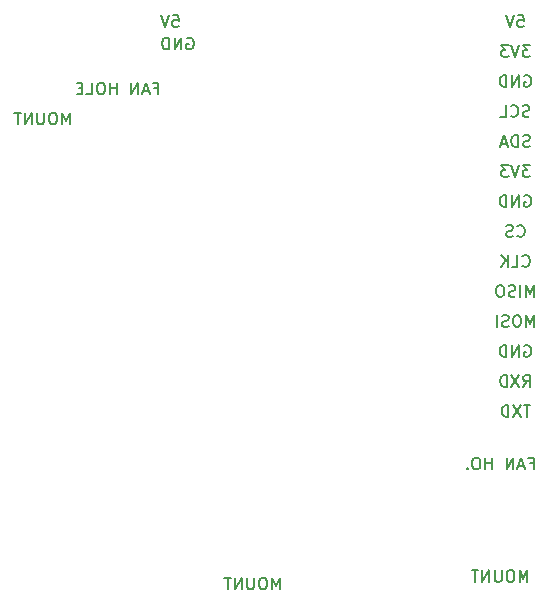
<source format=gbo>
G04 #@! TF.GenerationSoftware,KiCad,Pcbnew,5.0.1-33cea8e~68~ubuntu18.04.1*
G04 #@! TF.CreationDate,2018-11-08T20:55:39+01:00*
G04 #@! TF.ProjectId,MotherPCB,4D6F746865725043422E6B696361645F,rev?*
G04 #@! TF.SameCoordinates,Original*
G04 #@! TF.FileFunction,Legend,Bot*
G04 #@! TF.FilePolarity,Positive*
%FSLAX46Y46*%
G04 Gerber Fmt 4.6, Leading zero omitted, Abs format (unit mm)*
G04 Created by KiCad (PCBNEW 5.0.1-33cea8e~68~ubuntu18.04.1) date jue 08 nov 2018 20:55:39 CET*
%MOMM*%
%LPD*%
G01*
G04 APERTURE LIST*
%ADD10C,0.200000*%
G04 APERTURE END LIST*
D10*
X100075714Y-89987380D02*
X100075714Y-88987380D01*
X99742380Y-89701666D01*
X99409047Y-88987380D01*
X99409047Y-89987380D01*
X98742380Y-88987380D02*
X98551904Y-88987380D01*
X98456666Y-89035000D01*
X98361428Y-89130238D01*
X98313809Y-89320714D01*
X98313809Y-89654047D01*
X98361428Y-89844523D01*
X98456666Y-89939761D01*
X98551904Y-89987380D01*
X98742380Y-89987380D01*
X98837619Y-89939761D01*
X98932857Y-89844523D01*
X98980476Y-89654047D01*
X98980476Y-89320714D01*
X98932857Y-89130238D01*
X98837619Y-89035000D01*
X98742380Y-88987380D01*
X97885238Y-88987380D02*
X97885238Y-89796904D01*
X97837619Y-89892142D01*
X97790000Y-89939761D01*
X97694761Y-89987380D01*
X97504285Y-89987380D01*
X97409047Y-89939761D01*
X97361428Y-89892142D01*
X97313809Y-89796904D01*
X97313809Y-88987380D01*
X96837619Y-89987380D02*
X96837619Y-88987380D01*
X96266190Y-89987380D01*
X96266190Y-88987380D01*
X95932857Y-88987380D02*
X95361428Y-88987380D01*
X95647142Y-89987380D02*
X95647142Y-88987380D01*
X117855714Y-129357380D02*
X117855714Y-128357380D01*
X117522380Y-129071666D01*
X117189047Y-128357380D01*
X117189047Y-129357380D01*
X116522380Y-128357380D02*
X116331904Y-128357380D01*
X116236666Y-128405000D01*
X116141428Y-128500238D01*
X116093809Y-128690714D01*
X116093809Y-129024047D01*
X116141428Y-129214523D01*
X116236666Y-129309761D01*
X116331904Y-129357380D01*
X116522380Y-129357380D01*
X116617619Y-129309761D01*
X116712857Y-129214523D01*
X116760476Y-129024047D01*
X116760476Y-128690714D01*
X116712857Y-128500238D01*
X116617619Y-128405000D01*
X116522380Y-128357380D01*
X115665238Y-128357380D02*
X115665238Y-129166904D01*
X115617619Y-129262142D01*
X115570000Y-129309761D01*
X115474761Y-129357380D01*
X115284285Y-129357380D01*
X115189047Y-129309761D01*
X115141428Y-129262142D01*
X115093809Y-129166904D01*
X115093809Y-128357380D01*
X114617619Y-129357380D02*
X114617619Y-128357380D01*
X114046190Y-129357380D01*
X114046190Y-128357380D01*
X113712857Y-128357380D02*
X113141428Y-128357380D01*
X113427142Y-129357380D02*
X113427142Y-128357380D01*
X139001190Y-118673571D02*
X139334523Y-118673571D01*
X139334523Y-119197380D02*
X139334523Y-118197380D01*
X138858333Y-118197380D01*
X138525000Y-118911666D02*
X138048809Y-118911666D01*
X138620238Y-119197380D02*
X138286904Y-118197380D01*
X137953571Y-119197380D01*
X137620238Y-119197380D02*
X137620238Y-118197380D01*
X137048809Y-119197380D01*
X137048809Y-118197380D01*
X135810714Y-119197380D02*
X135810714Y-118197380D01*
X135810714Y-118673571D02*
X135239285Y-118673571D01*
X135239285Y-119197380D02*
X135239285Y-118197380D01*
X134572619Y-118197380D02*
X134382142Y-118197380D01*
X134286904Y-118245000D01*
X134191666Y-118340238D01*
X134144047Y-118530714D01*
X134144047Y-118864047D01*
X134191666Y-119054523D01*
X134286904Y-119149761D01*
X134382142Y-119197380D01*
X134572619Y-119197380D01*
X134667857Y-119149761D01*
X134763095Y-119054523D01*
X134810714Y-118864047D01*
X134810714Y-118530714D01*
X134763095Y-118340238D01*
X134667857Y-118245000D01*
X134572619Y-118197380D01*
X133715476Y-119102142D02*
X133667857Y-119149761D01*
X133715476Y-119197380D01*
X133763095Y-119149761D01*
X133715476Y-119102142D01*
X133715476Y-119197380D01*
X107235238Y-86923571D02*
X107568571Y-86923571D01*
X107568571Y-87447380D02*
X107568571Y-86447380D01*
X107092380Y-86447380D01*
X106759047Y-87161666D02*
X106282857Y-87161666D01*
X106854285Y-87447380D02*
X106520952Y-86447380D01*
X106187619Y-87447380D01*
X105854285Y-87447380D02*
X105854285Y-86447380D01*
X105282857Y-87447380D01*
X105282857Y-86447380D01*
X104044761Y-87447380D02*
X104044761Y-86447380D01*
X104044761Y-86923571D02*
X103473333Y-86923571D01*
X103473333Y-87447380D02*
X103473333Y-86447380D01*
X102806666Y-86447380D02*
X102616190Y-86447380D01*
X102520952Y-86495000D01*
X102425714Y-86590238D01*
X102378095Y-86780714D01*
X102378095Y-87114047D01*
X102425714Y-87304523D01*
X102520952Y-87399761D01*
X102616190Y-87447380D01*
X102806666Y-87447380D01*
X102901904Y-87399761D01*
X102997142Y-87304523D01*
X103044761Y-87114047D01*
X103044761Y-86780714D01*
X102997142Y-86590238D01*
X102901904Y-86495000D01*
X102806666Y-86447380D01*
X101473333Y-87447380D02*
X101949523Y-87447380D01*
X101949523Y-86447380D01*
X101140000Y-86923571D02*
X100806666Y-86923571D01*
X100663809Y-87447380D02*
X101140000Y-87447380D01*
X101140000Y-86447380D01*
X100663809Y-86447380D01*
X138810714Y-128722380D02*
X138810714Y-127722380D01*
X138477380Y-128436666D01*
X138144047Y-127722380D01*
X138144047Y-128722380D01*
X137477380Y-127722380D02*
X137286904Y-127722380D01*
X137191666Y-127770000D01*
X137096428Y-127865238D01*
X137048809Y-128055714D01*
X137048809Y-128389047D01*
X137096428Y-128579523D01*
X137191666Y-128674761D01*
X137286904Y-128722380D01*
X137477380Y-128722380D01*
X137572619Y-128674761D01*
X137667857Y-128579523D01*
X137715476Y-128389047D01*
X137715476Y-128055714D01*
X137667857Y-127865238D01*
X137572619Y-127770000D01*
X137477380Y-127722380D01*
X136620238Y-127722380D02*
X136620238Y-128531904D01*
X136572619Y-128627142D01*
X136525000Y-128674761D01*
X136429761Y-128722380D01*
X136239285Y-128722380D01*
X136144047Y-128674761D01*
X136096428Y-128627142D01*
X136048809Y-128531904D01*
X136048809Y-127722380D01*
X135572619Y-128722380D02*
X135572619Y-127722380D01*
X135001190Y-128722380D01*
X135001190Y-127722380D01*
X134667857Y-127722380D02*
X134096428Y-127722380D01*
X134382142Y-128722380D02*
X134382142Y-127722380D01*
X109981904Y-82685000D02*
X110077142Y-82637380D01*
X110220000Y-82637380D01*
X110362857Y-82685000D01*
X110458095Y-82780238D01*
X110505714Y-82875476D01*
X110553333Y-83065952D01*
X110553333Y-83208809D01*
X110505714Y-83399285D01*
X110458095Y-83494523D01*
X110362857Y-83589761D01*
X110220000Y-83637380D01*
X110124761Y-83637380D01*
X109981904Y-83589761D01*
X109934285Y-83542142D01*
X109934285Y-83208809D01*
X110124761Y-83208809D01*
X109505714Y-83637380D02*
X109505714Y-82637380D01*
X108934285Y-83637380D01*
X108934285Y-82637380D01*
X108458095Y-83637380D02*
X108458095Y-82637380D01*
X108220000Y-82637380D01*
X108077142Y-82685000D01*
X107981904Y-82780238D01*
X107934285Y-82875476D01*
X107886666Y-83065952D01*
X107886666Y-83208809D01*
X107934285Y-83399285D01*
X107981904Y-83494523D01*
X108077142Y-83589761D01*
X108220000Y-83637380D01*
X108458095Y-83637380D01*
X108775476Y-80732380D02*
X109251666Y-80732380D01*
X109299285Y-81208571D01*
X109251666Y-81160952D01*
X109156428Y-81113333D01*
X108918333Y-81113333D01*
X108823095Y-81160952D01*
X108775476Y-81208571D01*
X108727857Y-81303809D01*
X108727857Y-81541904D01*
X108775476Y-81637142D01*
X108823095Y-81684761D01*
X108918333Y-81732380D01*
X109156428Y-81732380D01*
X109251666Y-81684761D01*
X109299285Y-81637142D01*
X108442142Y-80732380D02*
X108108809Y-81732380D01*
X107775476Y-80732380D01*
X137985476Y-80732380D02*
X138461666Y-80732380D01*
X138509285Y-81208571D01*
X138461666Y-81160952D01*
X138366428Y-81113333D01*
X138128333Y-81113333D01*
X138033095Y-81160952D01*
X137985476Y-81208571D01*
X137937857Y-81303809D01*
X137937857Y-81541904D01*
X137985476Y-81637142D01*
X138033095Y-81684761D01*
X138128333Y-81732380D01*
X138366428Y-81732380D01*
X138461666Y-81684761D01*
X138509285Y-81637142D01*
X137652142Y-80732380D02*
X137318809Y-81732380D01*
X136985476Y-80732380D01*
X139033095Y-83272380D02*
X138414047Y-83272380D01*
X138747380Y-83653333D01*
X138604523Y-83653333D01*
X138509285Y-83700952D01*
X138461666Y-83748571D01*
X138414047Y-83843809D01*
X138414047Y-84081904D01*
X138461666Y-84177142D01*
X138509285Y-84224761D01*
X138604523Y-84272380D01*
X138890238Y-84272380D01*
X138985476Y-84224761D01*
X139033095Y-84177142D01*
X138128333Y-83272380D02*
X137795000Y-84272380D01*
X137461666Y-83272380D01*
X137223571Y-83272380D02*
X136604523Y-83272380D01*
X136937857Y-83653333D01*
X136795000Y-83653333D01*
X136699761Y-83700952D01*
X136652142Y-83748571D01*
X136604523Y-83843809D01*
X136604523Y-84081904D01*
X136652142Y-84177142D01*
X136699761Y-84224761D01*
X136795000Y-84272380D01*
X137080714Y-84272380D01*
X137175952Y-84224761D01*
X137223571Y-84177142D01*
X138556904Y-85860000D02*
X138652142Y-85812380D01*
X138795000Y-85812380D01*
X138937857Y-85860000D01*
X139033095Y-85955238D01*
X139080714Y-86050476D01*
X139128333Y-86240952D01*
X139128333Y-86383809D01*
X139080714Y-86574285D01*
X139033095Y-86669523D01*
X138937857Y-86764761D01*
X138795000Y-86812380D01*
X138699761Y-86812380D01*
X138556904Y-86764761D01*
X138509285Y-86717142D01*
X138509285Y-86383809D01*
X138699761Y-86383809D01*
X138080714Y-86812380D02*
X138080714Y-85812380D01*
X137509285Y-86812380D01*
X137509285Y-85812380D01*
X137033095Y-86812380D02*
X137033095Y-85812380D01*
X136795000Y-85812380D01*
X136652142Y-85860000D01*
X136556904Y-85955238D01*
X136509285Y-86050476D01*
X136461666Y-86240952D01*
X136461666Y-86383809D01*
X136509285Y-86574285D01*
X136556904Y-86669523D01*
X136652142Y-86764761D01*
X136795000Y-86812380D01*
X137033095Y-86812380D01*
X138985476Y-89304761D02*
X138842619Y-89352380D01*
X138604523Y-89352380D01*
X138509285Y-89304761D01*
X138461666Y-89257142D01*
X138414047Y-89161904D01*
X138414047Y-89066666D01*
X138461666Y-88971428D01*
X138509285Y-88923809D01*
X138604523Y-88876190D01*
X138795000Y-88828571D01*
X138890238Y-88780952D01*
X138937857Y-88733333D01*
X138985476Y-88638095D01*
X138985476Y-88542857D01*
X138937857Y-88447619D01*
X138890238Y-88400000D01*
X138795000Y-88352380D01*
X138556904Y-88352380D01*
X138414047Y-88400000D01*
X137414047Y-89257142D02*
X137461666Y-89304761D01*
X137604523Y-89352380D01*
X137699761Y-89352380D01*
X137842619Y-89304761D01*
X137937857Y-89209523D01*
X137985476Y-89114285D01*
X138033095Y-88923809D01*
X138033095Y-88780952D01*
X137985476Y-88590476D01*
X137937857Y-88495238D01*
X137842619Y-88400000D01*
X137699761Y-88352380D01*
X137604523Y-88352380D01*
X137461666Y-88400000D01*
X137414047Y-88447619D01*
X136509285Y-89352380D02*
X136985476Y-89352380D01*
X136985476Y-88352380D01*
X139009285Y-91844761D02*
X138866428Y-91892380D01*
X138628333Y-91892380D01*
X138533095Y-91844761D01*
X138485476Y-91797142D01*
X138437857Y-91701904D01*
X138437857Y-91606666D01*
X138485476Y-91511428D01*
X138533095Y-91463809D01*
X138628333Y-91416190D01*
X138818809Y-91368571D01*
X138914047Y-91320952D01*
X138961666Y-91273333D01*
X139009285Y-91178095D01*
X139009285Y-91082857D01*
X138961666Y-90987619D01*
X138914047Y-90940000D01*
X138818809Y-90892380D01*
X138580714Y-90892380D01*
X138437857Y-90940000D01*
X138009285Y-91892380D02*
X138009285Y-90892380D01*
X137771190Y-90892380D01*
X137628333Y-90940000D01*
X137533095Y-91035238D01*
X137485476Y-91130476D01*
X137437857Y-91320952D01*
X137437857Y-91463809D01*
X137485476Y-91654285D01*
X137533095Y-91749523D01*
X137628333Y-91844761D01*
X137771190Y-91892380D01*
X138009285Y-91892380D01*
X137056904Y-91606666D02*
X136580714Y-91606666D01*
X137152142Y-91892380D02*
X136818809Y-90892380D01*
X136485476Y-91892380D01*
X139033095Y-93432380D02*
X138414047Y-93432380D01*
X138747380Y-93813333D01*
X138604523Y-93813333D01*
X138509285Y-93860952D01*
X138461666Y-93908571D01*
X138414047Y-94003809D01*
X138414047Y-94241904D01*
X138461666Y-94337142D01*
X138509285Y-94384761D01*
X138604523Y-94432380D01*
X138890238Y-94432380D01*
X138985476Y-94384761D01*
X139033095Y-94337142D01*
X138128333Y-93432380D02*
X137795000Y-94432380D01*
X137461666Y-93432380D01*
X137223571Y-93432380D02*
X136604523Y-93432380D01*
X136937857Y-93813333D01*
X136795000Y-93813333D01*
X136699761Y-93860952D01*
X136652142Y-93908571D01*
X136604523Y-94003809D01*
X136604523Y-94241904D01*
X136652142Y-94337142D01*
X136699761Y-94384761D01*
X136795000Y-94432380D01*
X137080714Y-94432380D01*
X137175952Y-94384761D01*
X137223571Y-94337142D01*
X138556904Y-96020000D02*
X138652142Y-95972380D01*
X138795000Y-95972380D01*
X138937857Y-96020000D01*
X139033095Y-96115238D01*
X139080714Y-96210476D01*
X139128333Y-96400952D01*
X139128333Y-96543809D01*
X139080714Y-96734285D01*
X139033095Y-96829523D01*
X138937857Y-96924761D01*
X138795000Y-96972380D01*
X138699761Y-96972380D01*
X138556904Y-96924761D01*
X138509285Y-96877142D01*
X138509285Y-96543809D01*
X138699761Y-96543809D01*
X138080714Y-96972380D02*
X138080714Y-95972380D01*
X137509285Y-96972380D01*
X137509285Y-95972380D01*
X137033095Y-96972380D02*
X137033095Y-95972380D01*
X136795000Y-95972380D01*
X136652142Y-96020000D01*
X136556904Y-96115238D01*
X136509285Y-96210476D01*
X136461666Y-96400952D01*
X136461666Y-96543809D01*
X136509285Y-96734285D01*
X136556904Y-96829523D01*
X136652142Y-96924761D01*
X136795000Y-96972380D01*
X137033095Y-96972380D01*
X137961666Y-99417142D02*
X138009285Y-99464761D01*
X138152142Y-99512380D01*
X138247380Y-99512380D01*
X138390238Y-99464761D01*
X138485476Y-99369523D01*
X138533095Y-99274285D01*
X138580714Y-99083809D01*
X138580714Y-98940952D01*
X138533095Y-98750476D01*
X138485476Y-98655238D01*
X138390238Y-98560000D01*
X138247380Y-98512380D01*
X138152142Y-98512380D01*
X138009285Y-98560000D01*
X137961666Y-98607619D01*
X137580714Y-99464761D02*
X137437857Y-99512380D01*
X137199761Y-99512380D01*
X137104523Y-99464761D01*
X137056904Y-99417142D01*
X137009285Y-99321904D01*
X137009285Y-99226666D01*
X137056904Y-99131428D01*
X137104523Y-99083809D01*
X137199761Y-99036190D01*
X137390238Y-98988571D01*
X137485476Y-98940952D01*
X137533095Y-98893333D01*
X137580714Y-98798095D01*
X137580714Y-98702857D01*
X137533095Y-98607619D01*
X137485476Y-98560000D01*
X137390238Y-98512380D01*
X137152142Y-98512380D01*
X137009285Y-98560000D01*
X138390238Y-101957142D02*
X138437857Y-102004761D01*
X138580714Y-102052380D01*
X138675952Y-102052380D01*
X138818809Y-102004761D01*
X138914047Y-101909523D01*
X138961666Y-101814285D01*
X139009285Y-101623809D01*
X139009285Y-101480952D01*
X138961666Y-101290476D01*
X138914047Y-101195238D01*
X138818809Y-101100000D01*
X138675952Y-101052380D01*
X138580714Y-101052380D01*
X138437857Y-101100000D01*
X138390238Y-101147619D01*
X137485476Y-102052380D02*
X137961666Y-102052380D01*
X137961666Y-101052380D01*
X137152142Y-102052380D02*
X137152142Y-101052380D01*
X136580714Y-102052380D02*
X137009285Y-101480952D01*
X136580714Y-101052380D02*
X137152142Y-101623809D01*
X139366428Y-104592380D02*
X139366428Y-103592380D01*
X139033095Y-104306666D01*
X138699761Y-103592380D01*
X138699761Y-104592380D01*
X138223571Y-104592380D02*
X138223571Y-103592380D01*
X137795000Y-104544761D02*
X137652142Y-104592380D01*
X137414047Y-104592380D01*
X137318809Y-104544761D01*
X137271190Y-104497142D01*
X137223571Y-104401904D01*
X137223571Y-104306666D01*
X137271190Y-104211428D01*
X137318809Y-104163809D01*
X137414047Y-104116190D01*
X137604523Y-104068571D01*
X137699761Y-104020952D01*
X137747380Y-103973333D01*
X137795000Y-103878095D01*
X137795000Y-103782857D01*
X137747380Y-103687619D01*
X137699761Y-103640000D01*
X137604523Y-103592380D01*
X137366428Y-103592380D01*
X137223571Y-103640000D01*
X136604523Y-103592380D02*
X136414047Y-103592380D01*
X136318809Y-103640000D01*
X136223571Y-103735238D01*
X136175952Y-103925714D01*
X136175952Y-104259047D01*
X136223571Y-104449523D01*
X136318809Y-104544761D01*
X136414047Y-104592380D01*
X136604523Y-104592380D01*
X136699761Y-104544761D01*
X136795000Y-104449523D01*
X136842619Y-104259047D01*
X136842619Y-103925714D01*
X136795000Y-103735238D01*
X136699761Y-103640000D01*
X136604523Y-103592380D01*
X139366428Y-107132380D02*
X139366428Y-106132380D01*
X139033095Y-106846666D01*
X138699761Y-106132380D01*
X138699761Y-107132380D01*
X138033095Y-106132380D02*
X137842619Y-106132380D01*
X137747380Y-106180000D01*
X137652142Y-106275238D01*
X137604523Y-106465714D01*
X137604523Y-106799047D01*
X137652142Y-106989523D01*
X137747380Y-107084761D01*
X137842619Y-107132380D01*
X138033095Y-107132380D01*
X138128333Y-107084761D01*
X138223571Y-106989523D01*
X138271190Y-106799047D01*
X138271190Y-106465714D01*
X138223571Y-106275238D01*
X138128333Y-106180000D01*
X138033095Y-106132380D01*
X137223571Y-107084761D02*
X137080714Y-107132380D01*
X136842619Y-107132380D01*
X136747380Y-107084761D01*
X136699761Y-107037142D01*
X136652142Y-106941904D01*
X136652142Y-106846666D01*
X136699761Y-106751428D01*
X136747380Y-106703809D01*
X136842619Y-106656190D01*
X137033095Y-106608571D01*
X137128333Y-106560952D01*
X137175952Y-106513333D01*
X137223571Y-106418095D01*
X137223571Y-106322857D01*
X137175952Y-106227619D01*
X137128333Y-106180000D01*
X137033095Y-106132380D01*
X136795000Y-106132380D01*
X136652142Y-106180000D01*
X136223571Y-107132380D02*
X136223571Y-106132380D01*
X138556904Y-108720000D02*
X138652142Y-108672380D01*
X138795000Y-108672380D01*
X138937857Y-108720000D01*
X139033095Y-108815238D01*
X139080714Y-108910476D01*
X139128333Y-109100952D01*
X139128333Y-109243809D01*
X139080714Y-109434285D01*
X139033095Y-109529523D01*
X138937857Y-109624761D01*
X138795000Y-109672380D01*
X138699761Y-109672380D01*
X138556904Y-109624761D01*
X138509285Y-109577142D01*
X138509285Y-109243809D01*
X138699761Y-109243809D01*
X138080714Y-109672380D02*
X138080714Y-108672380D01*
X137509285Y-109672380D01*
X137509285Y-108672380D01*
X137033095Y-109672380D02*
X137033095Y-108672380D01*
X136795000Y-108672380D01*
X136652142Y-108720000D01*
X136556904Y-108815238D01*
X136509285Y-108910476D01*
X136461666Y-109100952D01*
X136461666Y-109243809D01*
X136509285Y-109434285D01*
X136556904Y-109529523D01*
X136652142Y-109624761D01*
X136795000Y-109672380D01*
X137033095Y-109672380D01*
X138461666Y-112212380D02*
X138795000Y-111736190D01*
X139033095Y-112212380D02*
X139033095Y-111212380D01*
X138652142Y-111212380D01*
X138556904Y-111260000D01*
X138509285Y-111307619D01*
X138461666Y-111402857D01*
X138461666Y-111545714D01*
X138509285Y-111640952D01*
X138556904Y-111688571D01*
X138652142Y-111736190D01*
X139033095Y-111736190D01*
X138128333Y-111212380D02*
X137461666Y-112212380D01*
X137461666Y-111212380D02*
X138128333Y-112212380D01*
X137080714Y-112212380D02*
X137080714Y-111212380D01*
X136842619Y-111212380D01*
X136699761Y-111260000D01*
X136604523Y-111355238D01*
X136556904Y-111450476D01*
X136509285Y-111640952D01*
X136509285Y-111783809D01*
X136556904Y-111974285D01*
X136604523Y-112069523D01*
X136699761Y-112164761D01*
X136842619Y-112212380D01*
X137080714Y-112212380D01*
X139056904Y-113752380D02*
X138485476Y-113752380D01*
X138771190Y-114752380D02*
X138771190Y-113752380D01*
X138247380Y-113752380D02*
X137580714Y-114752380D01*
X137580714Y-113752380D02*
X138247380Y-114752380D01*
X137199761Y-114752380D02*
X137199761Y-113752380D01*
X136961666Y-113752380D01*
X136818809Y-113800000D01*
X136723571Y-113895238D01*
X136675952Y-113990476D01*
X136628333Y-114180952D01*
X136628333Y-114323809D01*
X136675952Y-114514285D01*
X136723571Y-114609523D01*
X136818809Y-114704761D01*
X136961666Y-114752380D01*
X137199761Y-114752380D01*
M02*

</source>
